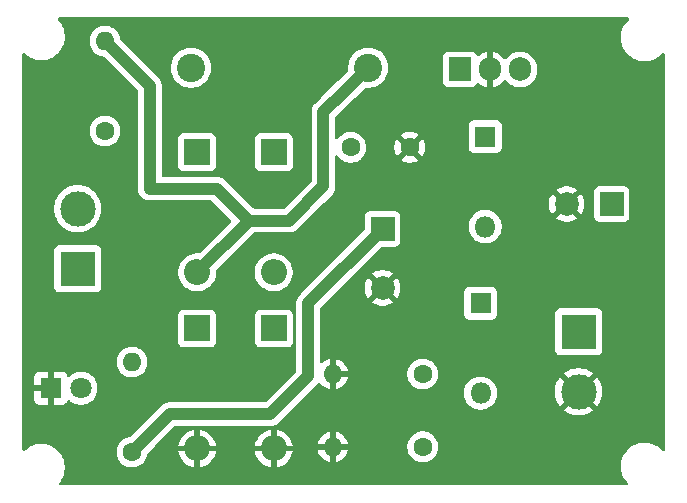
<source format=gtl>
%TF.GenerationSoftware,KiCad,Pcbnew,9.0.1*%
%TF.CreationDate,2025-08-15T11:03:48+05:00*%
%TF.ProjectId,transformerless_power_supply,7472616e-7366-46f7-926d-65726c657373,rev?*%
%TF.SameCoordinates,Original*%
%TF.FileFunction,Copper,L1,Top*%
%TF.FilePolarity,Positive*%
%FSLAX46Y46*%
G04 Gerber Fmt 4.6, Leading zero omitted, Abs format (unit mm)*
G04 Created by KiCad (PCBNEW 9.0.1) date 2025-08-15 11:03:48*
%MOMM*%
%LPD*%
G01*
G04 APERTURE LIST*
%TA.AperFunction,ComponentPad*%
%ADD10O,1.600000X1.600000*%
%TD*%
%TA.AperFunction,ComponentPad*%
%ADD11C,1.600000*%
%TD*%
%TA.AperFunction,ComponentPad*%
%ADD12C,2.400000*%
%TD*%
%TA.AperFunction,ComponentPad*%
%ADD13R,1.800000X1.800000*%
%TD*%
%TA.AperFunction,ComponentPad*%
%ADD14O,1.800000X1.800000*%
%TD*%
%TA.AperFunction,ComponentPad*%
%ADD15R,2.200000X2.200000*%
%TD*%
%TA.AperFunction,ComponentPad*%
%ADD16O,2.200000X2.200000*%
%TD*%
%TA.AperFunction,ComponentPad*%
%ADD17R,2.000000X2.000000*%
%TD*%
%TA.AperFunction,ComponentPad*%
%ADD18C,2.000000*%
%TD*%
%TA.AperFunction,ComponentPad*%
%ADD19R,1.905000X2.000000*%
%TD*%
%TA.AperFunction,ComponentPad*%
%ADD20O,1.905000X2.000000*%
%TD*%
%TA.AperFunction,ComponentPad*%
%ADD21R,3.000000X3.000000*%
%TD*%
%TA.AperFunction,ComponentPad*%
%ADD22C,3.000000*%
%TD*%
%TA.AperFunction,ComponentPad*%
%ADD23C,1.800000*%
%TD*%
%TA.AperFunction,Conductor*%
%ADD24C,1.000000*%
%TD*%
G04 APERTURE END LIST*
D10*
X139480000Y-109350000D03*
D11*
X147100000Y-109350000D03*
D12*
X127500000Y-77250000D03*
X142500000Y-77250000D03*
D13*
X152400000Y-83090000D03*
D14*
X152400000Y-90710000D03*
D15*
X134500000Y-99340000D03*
D16*
X134500000Y-109500000D03*
D11*
X122500000Y-109800000D03*
D10*
X122500000Y-102180000D03*
D17*
X143700000Y-90900000D03*
D18*
X143700000Y-95900000D03*
D11*
X141000000Y-84000000D03*
X146000000Y-84000000D03*
D19*
X150260000Y-77400000D03*
D20*
X152800000Y-77400000D03*
X155340000Y-77400000D03*
D21*
X160300000Y-99620000D03*
D22*
X160300000Y-104700000D03*
D13*
X115625000Y-104400000D03*
D23*
X118165000Y-104400000D03*
D15*
X134500000Y-84420000D03*
D16*
X134500000Y-94580000D03*
D21*
X117900000Y-94280000D03*
D22*
X117900000Y-89200000D03*
D15*
X128000000Y-84420000D03*
D16*
X128000000Y-94580000D03*
D11*
X147100000Y-103200000D03*
D10*
X139480000Y-103200000D03*
D17*
X163100000Y-88800000D03*
D18*
X159300000Y-88800000D03*
D15*
X128000000Y-99340000D03*
D16*
X128000000Y-109500000D03*
D11*
X120200000Y-82620000D03*
D10*
X120200000Y-75000000D03*
D13*
X152000000Y-97190000D03*
D14*
X152000000Y-104810000D03*
D24*
X137400000Y-97200000D02*
X137400000Y-103400000D01*
X134200000Y-106600000D02*
X125700000Y-106600000D01*
X137400000Y-103400000D02*
X134200000Y-106600000D01*
X125700000Y-106600000D02*
X122500000Y-109800000D01*
X143700000Y-90900000D02*
X137400000Y-97200000D01*
X124000000Y-78800000D02*
X124000000Y-87500000D01*
X138700000Y-81000000D02*
X140500000Y-79200000D01*
X140500000Y-79200000D02*
X140550000Y-79200000D01*
X135800000Y-90200000D02*
X138700000Y-87300000D01*
X120200000Y-75000000D02*
X124000000Y-78800000D01*
X138700000Y-87300000D02*
X138700000Y-81000000D01*
X129680000Y-87500000D02*
X132380000Y-90200000D01*
X128000000Y-94580000D02*
X132380000Y-90200000D01*
X140550000Y-79200000D02*
X142500000Y-77250000D01*
X132380000Y-90200000D02*
X135800000Y-90200000D01*
X124000000Y-87500000D02*
X129680000Y-87500000D01*
%TA.AperFunction,Conductor*%
G36*
X164533332Y-73020185D02*
G01*
X164579087Y-73072989D01*
X164589031Y-73142147D01*
X164560006Y-73205703D01*
X164553974Y-73212181D01*
X164390212Y-73375942D01*
X164390206Y-73375949D01*
X164230304Y-73584338D01*
X164098966Y-73811819D01*
X164098958Y-73811835D01*
X163998441Y-74054507D01*
X163930457Y-74308230D01*
X163930454Y-74308243D01*
X163896171Y-74568651D01*
X163896170Y-74568668D01*
X163896170Y-74831331D01*
X163896171Y-74831348D01*
X163930454Y-75091756D01*
X163930455Y-75091761D01*
X163930456Y-75091767D01*
X163952150Y-75172731D01*
X163998441Y-75345492D01*
X164098958Y-75588164D01*
X164098966Y-75588180D01*
X164162372Y-75698001D01*
X164230301Y-75815657D01*
X164230303Y-75815660D01*
X164230304Y-75815661D01*
X164390206Y-76024050D01*
X164390212Y-76024057D01*
X164575942Y-76209787D01*
X164575949Y-76209793D01*
X164620810Y-76244216D01*
X164784343Y-76369699D01*
X164930547Y-76454110D01*
X165011819Y-76501033D01*
X165011835Y-76501041D01*
X165104704Y-76539508D01*
X165254508Y-76601559D01*
X165508233Y-76669544D01*
X165768662Y-76703830D01*
X165768669Y-76703830D01*
X166031331Y-76703830D01*
X166031338Y-76703830D01*
X166291767Y-76669544D01*
X166545492Y-76601559D01*
X166736261Y-76522539D01*
X166788164Y-76501041D01*
X166788167Y-76501039D01*
X166788173Y-76501037D01*
X167015657Y-76369699D01*
X167224052Y-76209792D01*
X167300137Y-76133707D01*
X167387819Y-76046026D01*
X167449142Y-76012541D01*
X167518834Y-76017525D01*
X167574767Y-76059397D01*
X167599184Y-76124861D01*
X167599500Y-76133707D01*
X167599500Y-109566293D01*
X167579815Y-109633332D01*
X167527011Y-109679087D01*
X167457853Y-109689031D01*
X167394297Y-109660006D01*
X167387819Y-109653974D01*
X167224057Y-109490212D01*
X167224050Y-109490206D01*
X167015661Y-109330304D01*
X167015660Y-109330303D01*
X167015657Y-109330301D01*
X166876572Y-109250000D01*
X166788180Y-109198966D01*
X166788164Y-109198958D01*
X166545492Y-109098441D01*
X166537016Y-109096170D01*
X166291767Y-109030456D01*
X166291761Y-109030455D01*
X166291756Y-109030454D01*
X166031348Y-108996171D01*
X166031343Y-108996170D01*
X166031338Y-108996170D01*
X165768662Y-108996170D01*
X165768656Y-108996170D01*
X165768651Y-108996171D01*
X165508243Y-109030454D01*
X165508236Y-109030455D01*
X165508233Y-109030456D01*
X165452215Y-109045466D01*
X165254507Y-109098441D01*
X165011835Y-109198958D01*
X165011819Y-109198966D01*
X164784338Y-109330304D01*
X164575949Y-109490206D01*
X164575942Y-109490212D01*
X164390212Y-109675942D01*
X164390206Y-109675949D01*
X164230304Y-109884338D01*
X164098966Y-110111819D01*
X164098958Y-110111835D01*
X163998441Y-110354507D01*
X163930457Y-110608230D01*
X163930454Y-110608243D01*
X163896171Y-110868651D01*
X163896170Y-110868668D01*
X163896170Y-111131331D01*
X163896171Y-111131348D01*
X163930454Y-111391756D01*
X163930455Y-111391761D01*
X163930456Y-111391767D01*
X163978945Y-111572731D01*
X163998441Y-111645492D01*
X164098958Y-111888164D01*
X164098966Y-111888180D01*
X164156693Y-111988164D01*
X164230301Y-112115657D01*
X164230303Y-112115660D01*
X164230304Y-112115661D01*
X164390206Y-112324050D01*
X164390212Y-112324057D01*
X164453974Y-112387819D01*
X164487459Y-112449142D01*
X164482475Y-112518834D01*
X164440603Y-112574767D01*
X164375139Y-112599184D01*
X164366293Y-112599500D01*
X116426614Y-112599500D01*
X116359575Y-112579815D01*
X116313820Y-112527011D01*
X116303876Y-112457853D01*
X116328238Y-112400014D01*
X116401726Y-112304240D01*
X116469699Y-112215657D01*
X116601037Y-111988173D01*
X116612853Y-111959648D01*
X116622539Y-111936261D01*
X116701559Y-111745492D01*
X116769544Y-111491767D01*
X116803830Y-111231338D01*
X116803830Y-110968662D01*
X116769544Y-110708233D01*
X116701559Y-110454508D01*
X116637236Y-110299219D01*
X116601041Y-110211835D01*
X116601033Y-110211819D01*
X116544663Y-110114184D01*
X116469699Y-109984343D01*
X116406785Y-109902352D01*
X116309792Y-109775947D01*
X116231493Y-109697648D01*
X121199500Y-109697648D01*
X121199500Y-109902351D01*
X121231522Y-110104534D01*
X121294781Y-110299223D01*
X121322951Y-110354508D01*
X121377867Y-110462287D01*
X121387715Y-110481613D01*
X121508028Y-110647213D01*
X121652786Y-110791971D01*
X121758353Y-110868668D01*
X121818390Y-110912287D01*
X121929010Y-110968651D01*
X122000776Y-111005218D01*
X122000778Y-111005218D01*
X122000781Y-111005220D01*
X122105137Y-111039127D01*
X122195465Y-111068477D01*
X122270409Y-111080347D01*
X122397648Y-111100500D01*
X122397649Y-111100500D01*
X122602351Y-111100500D01*
X122602352Y-111100500D01*
X122804534Y-111068477D01*
X122999219Y-111005220D01*
X123181610Y-110912287D01*
X123274590Y-110844732D01*
X123347213Y-110791971D01*
X123347215Y-110791968D01*
X123347219Y-110791966D01*
X123491966Y-110647219D01*
X123491968Y-110647215D01*
X123491971Y-110647213D01*
X123544732Y-110574590D01*
X123612287Y-110481610D01*
X123705220Y-110299219D01*
X123768477Y-110104534D01*
X123791925Y-109956483D01*
X123821854Y-109893350D01*
X123826699Y-109888219D01*
X124464919Y-109250000D01*
X126419652Y-109250000D01*
X127509252Y-109250000D01*
X127487482Y-109287708D01*
X127450000Y-109427591D01*
X127450000Y-109572409D01*
X127487482Y-109712292D01*
X127509252Y-109750000D01*
X126419652Y-109750000D01*
X126439397Y-109874668D01*
X126439397Y-109874671D01*
X126517219Y-110114184D01*
X126631557Y-110338583D01*
X126779590Y-110542331D01*
X126779590Y-110542332D01*
X126957667Y-110720409D01*
X127161416Y-110868442D01*
X127385815Y-110982780D01*
X127625329Y-111060602D01*
X127750000Y-111080348D01*
X127750000Y-109990747D01*
X127787708Y-110012518D01*
X127927591Y-110050000D01*
X128072409Y-110050000D01*
X128212292Y-110012518D01*
X128250000Y-109990747D01*
X128250000Y-111080347D01*
X128374668Y-111060602D01*
X128374671Y-111060602D01*
X128614184Y-110982780D01*
X128838583Y-110868442D01*
X129042331Y-110720409D01*
X129042332Y-110720409D01*
X129220409Y-110542332D01*
X129220409Y-110542331D01*
X129368442Y-110338583D01*
X129482780Y-110114184D01*
X129560602Y-109874671D01*
X129560602Y-109874668D01*
X129580348Y-109750000D01*
X128490748Y-109750000D01*
X128512518Y-109712292D01*
X128550000Y-109572409D01*
X128550000Y-109427591D01*
X128512518Y-109287708D01*
X128490748Y-109250000D01*
X129580348Y-109250000D01*
X132919652Y-109250000D01*
X134009252Y-109250000D01*
X133987482Y-109287708D01*
X133950000Y-109427591D01*
X133950000Y-109572409D01*
X133987482Y-109712292D01*
X134009252Y-109750000D01*
X132919652Y-109750000D01*
X132939397Y-109874668D01*
X132939397Y-109874671D01*
X133017219Y-110114184D01*
X133131557Y-110338583D01*
X133279590Y-110542331D01*
X133279590Y-110542332D01*
X133457667Y-110720409D01*
X133661416Y-110868442D01*
X133885815Y-110982780D01*
X134125329Y-111060602D01*
X134250000Y-111080348D01*
X134250000Y-109990747D01*
X134287708Y-110012518D01*
X134427591Y-110050000D01*
X134572409Y-110050000D01*
X134712292Y-110012518D01*
X134750000Y-109990747D01*
X134750000Y-111080347D01*
X134874668Y-111060602D01*
X134874671Y-111060602D01*
X135114184Y-110982780D01*
X135338583Y-110868442D01*
X135542331Y-110720409D01*
X135542332Y-110720409D01*
X135720409Y-110542332D01*
X135720409Y-110542331D01*
X135868442Y-110338583D01*
X135982780Y-110114184D01*
X136060602Y-109874671D01*
X136060602Y-109874668D01*
X136080348Y-109750000D01*
X134990748Y-109750000D01*
X135012518Y-109712292D01*
X135050000Y-109572409D01*
X135050000Y-109427591D01*
X135012518Y-109287708D01*
X134990748Y-109250000D01*
X136080348Y-109250000D01*
X136065533Y-109156462D01*
X136065532Y-109156460D01*
X136060600Y-109125324D01*
X136052372Y-109100000D01*
X138203391Y-109100000D01*
X139164314Y-109100000D01*
X139159920Y-109104394D01*
X139107259Y-109195606D01*
X139080000Y-109297339D01*
X139080000Y-109402661D01*
X139107259Y-109504394D01*
X139159920Y-109595606D01*
X139164314Y-109600000D01*
X138203391Y-109600000D01*
X138212009Y-109654413D01*
X138275244Y-109849029D01*
X138368140Y-110031349D01*
X138488417Y-110196894D01*
X138488417Y-110196895D01*
X138633104Y-110341582D01*
X138798650Y-110461859D01*
X138980968Y-110554754D01*
X139175578Y-110617988D01*
X139230000Y-110626607D01*
X139230000Y-109665686D01*
X139234394Y-109670080D01*
X139325606Y-109722741D01*
X139427339Y-109750000D01*
X139532661Y-109750000D01*
X139634394Y-109722741D01*
X139725606Y-109670080D01*
X139730000Y-109665686D01*
X139730000Y-110626606D01*
X139784421Y-110617988D01*
X139979031Y-110554754D01*
X140161349Y-110461859D01*
X140326894Y-110341582D01*
X140326895Y-110341582D01*
X140471582Y-110196895D01*
X140471582Y-110196894D01*
X140591859Y-110031349D01*
X140684755Y-109849029D01*
X140747990Y-109654413D01*
X140756609Y-109600000D01*
X139795686Y-109600000D01*
X139800080Y-109595606D01*
X139852741Y-109504394D01*
X139880000Y-109402661D01*
X139880000Y-109297339D01*
X139866685Y-109247648D01*
X145799500Y-109247648D01*
X145799500Y-109452351D01*
X145831522Y-109654534D01*
X145894781Y-109849223D01*
X145938976Y-109935959D01*
X145972625Y-110001999D01*
X145987715Y-110031613D01*
X146108028Y-110197213D01*
X146252786Y-110341971D01*
X146407682Y-110454507D01*
X146418390Y-110462287D01*
X146534607Y-110521503D01*
X146600776Y-110555218D01*
X146600778Y-110555218D01*
X146600781Y-110555220D01*
X146705137Y-110589127D01*
X146795465Y-110618477D01*
X146896557Y-110634488D01*
X146997648Y-110650500D01*
X146997649Y-110650500D01*
X147202351Y-110650500D01*
X147202352Y-110650500D01*
X147404534Y-110618477D01*
X147599219Y-110555220D01*
X147781610Y-110462287D01*
X147917152Y-110363811D01*
X147947213Y-110341971D01*
X147947215Y-110341968D01*
X147947219Y-110341966D01*
X148091966Y-110197219D01*
X148091968Y-110197215D01*
X148091971Y-110197213D01*
X148144732Y-110124590D01*
X148212287Y-110031610D01*
X148305220Y-109849219D01*
X148368477Y-109654534D01*
X148400500Y-109452352D01*
X148400500Y-109247648D01*
X148386057Y-109156460D01*
X148368477Y-109045465D01*
X148305218Y-108850776D01*
X148271503Y-108784607D01*
X148212287Y-108668390D01*
X148204556Y-108657749D01*
X148091971Y-108502786D01*
X147947213Y-108358028D01*
X147781613Y-108237715D01*
X147781612Y-108237714D01*
X147781610Y-108237713D01*
X147724653Y-108208691D01*
X147599223Y-108144781D01*
X147404534Y-108081522D01*
X147229995Y-108053878D01*
X147202352Y-108049500D01*
X146997648Y-108049500D01*
X146973329Y-108053351D01*
X146795465Y-108081522D01*
X146600776Y-108144781D01*
X146418386Y-108237715D01*
X146252786Y-108358028D01*
X146108028Y-108502786D01*
X145987715Y-108668386D01*
X145894781Y-108850776D01*
X145831522Y-109045465D01*
X145799500Y-109247648D01*
X139866685Y-109247648D01*
X139852741Y-109195606D01*
X139800080Y-109104394D01*
X139795686Y-109100000D01*
X140756609Y-109100000D01*
X140747990Y-109045586D01*
X140684755Y-108850970D01*
X140591859Y-108668650D01*
X140471582Y-108503105D01*
X140471582Y-108503104D01*
X140326895Y-108358417D01*
X140161349Y-108238140D01*
X139979029Y-108145244D01*
X139784413Y-108082009D01*
X139730000Y-108073390D01*
X139730000Y-109034314D01*
X139725606Y-109029920D01*
X139634394Y-108977259D01*
X139532661Y-108950000D01*
X139427339Y-108950000D01*
X139325606Y-108977259D01*
X139234394Y-109029920D01*
X139230000Y-109034314D01*
X139230000Y-108073390D01*
X139175586Y-108082009D01*
X138980970Y-108145244D01*
X138798650Y-108238140D01*
X138633105Y-108358417D01*
X138633104Y-108358417D01*
X138488417Y-108503104D01*
X138488417Y-108503105D01*
X138368140Y-108668650D01*
X138275244Y-108850970D01*
X138212009Y-109045586D01*
X138203391Y-109100000D01*
X136052372Y-109100000D01*
X135982780Y-108885815D01*
X135868442Y-108661416D01*
X135720409Y-108457668D01*
X135720409Y-108457667D01*
X135542332Y-108279590D01*
X135338583Y-108131557D01*
X135114184Y-108017219D01*
X134874670Y-107939397D01*
X134750000Y-107919650D01*
X134750000Y-109009252D01*
X134712292Y-108987482D01*
X134572409Y-108950000D01*
X134427591Y-108950000D01*
X134287708Y-108987482D01*
X134250000Y-109009252D01*
X134250000Y-107919650D01*
X134125330Y-107939397D01*
X134125327Y-107939397D01*
X133885815Y-108017219D01*
X133661416Y-108131557D01*
X133457668Y-108279590D01*
X133457667Y-108279590D01*
X133279590Y-108457667D01*
X133279590Y-108457668D01*
X133131557Y-108661416D01*
X133017219Y-108885815D01*
X132939397Y-109125328D01*
X132939397Y-109125331D01*
X132919652Y-109250000D01*
X129580348Y-109250000D01*
X129560602Y-109125331D01*
X129560602Y-109125328D01*
X129482780Y-108885815D01*
X129368442Y-108661416D01*
X129220409Y-108457668D01*
X129220409Y-108457667D01*
X129042332Y-108279590D01*
X128838583Y-108131557D01*
X128614184Y-108017219D01*
X128374670Y-107939397D01*
X128250000Y-107919650D01*
X128250000Y-109009252D01*
X128212292Y-108987482D01*
X128072409Y-108950000D01*
X127927591Y-108950000D01*
X127787708Y-108987482D01*
X127750000Y-109009252D01*
X127750000Y-107919650D01*
X127625330Y-107939397D01*
X127625327Y-107939397D01*
X127385815Y-108017219D01*
X127161416Y-108131557D01*
X126957668Y-108279590D01*
X126957667Y-108279590D01*
X126779590Y-108457667D01*
X126779590Y-108457668D01*
X126631557Y-108661416D01*
X126517219Y-108885815D01*
X126439397Y-109125328D01*
X126439397Y-109125331D01*
X126419652Y-109250000D01*
X124464919Y-109250000D01*
X126078102Y-107636819D01*
X126139425Y-107603334D01*
X126165783Y-107600500D01*
X134298542Y-107600500D01*
X134317870Y-107596655D01*
X134395188Y-107581275D01*
X134491836Y-107562051D01*
X134545165Y-107539961D01*
X134673914Y-107486632D01*
X134837782Y-107377139D01*
X134977139Y-107237782D01*
X134977139Y-107237780D01*
X134987347Y-107227573D01*
X134987348Y-107227570D01*
X137161367Y-105053553D01*
X137515143Y-104699778D01*
X150599500Y-104699778D01*
X150599500Y-104920221D01*
X150633985Y-105137952D01*
X150702103Y-105347603D01*
X150702104Y-105347606D01*
X150732561Y-105407379D01*
X150801202Y-105542093D01*
X150802187Y-105544025D01*
X150931752Y-105722358D01*
X150931756Y-105722363D01*
X151087636Y-105878243D01*
X151087641Y-105878247D01*
X151153871Y-105926365D01*
X151265978Y-106007815D01*
X151394375Y-106073237D01*
X151462393Y-106107895D01*
X151462396Y-106107896D01*
X151567221Y-106141955D01*
X151672049Y-106176015D01*
X151889778Y-106210500D01*
X151889779Y-106210500D01*
X152110221Y-106210500D01*
X152110222Y-106210500D01*
X152327951Y-106176015D01*
X152449341Y-106136573D01*
X152518713Y-106114034D01*
X152537603Y-106107896D01*
X152537606Y-106107895D01*
X152734022Y-106007815D01*
X152912365Y-105878242D01*
X153068242Y-105722365D01*
X153197815Y-105544022D01*
X153297895Y-105347606D01*
X153366015Y-105137951D01*
X153400500Y-104920222D01*
X153400500Y-104699778D01*
X153379772Y-104568905D01*
X158300000Y-104568905D01*
X158300000Y-104831094D01*
X158334220Y-105091009D01*
X158334222Y-105091020D01*
X158402075Y-105344255D01*
X158502404Y-105586471D01*
X158502409Y-105586482D01*
X158633488Y-105813516D01*
X158633494Y-105813524D01*
X158720080Y-105926365D01*
X159614767Y-105031677D01*
X159626497Y-105059995D01*
X159709670Y-105184472D01*
X159815528Y-105290330D01*
X159940005Y-105373503D01*
X159968320Y-105385231D01*
X159073633Y-106279917D01*
X159073633Y-106279918D01*
X159186475Y-106366505D01*
X159186483Y-106366511D01*
X159413517Y-106497590D01*
X159413528Y-106497595D01*
X159655744Y-106597924D01*
X159908979Y-106665777D01*
X159908990Y-106665779D01*
X160168905Y-106699999D01*
X160168920Y-106700000D01*
X160431080Y-106700000D01*
X160431094Y-106699999D01*
X160691009Y-106665779D01*
X160691020Y-106665777D01*
X160944255Y-106597924D01*
X161186471Y-106497595D01*
X161186482Y-106497590D01*
X161413516Y-106366511D01*
X161413534Y-106366499D01*
X161526365Y-106279919D01*
X161526365Y-106279917D01*
X160631679Y-105385231D01*
X160659995Y-105373503D01*
X160784472Y-105290330D01*
X160890330Y-105184472D01*
X160973503Y-105059995D01*
X160985231Y-105031679D01*
X161879917Y-105926365D01*
X161879919Y-105926365D01*
X161966499Y-105813534D01*
X161966511Y-105813516D01*
X162097590Y-105586482D01*
X162097595Y-105586471D01*
X162197924Y-105344255D01*
X162265777Y-105091020D01*
X162265779Y-105091009D01*
X162299999Y-104831094D01*
X162300000Y-104831080D01*
X162300000Y-104568919D01*
X162299999Y-104568905D01*
X162265779Y-104308990D01*
X162265777Y-104308979D01*
X162197924Y-104055744D01*
X162097595Y-103813528D01*
X162097590Y-103813517D01*
X161966511Y-103586483D01*
X161966505Y-103586475D01*
X161879918Y-103473633D01*
X161879917Y-103473633D01*
X160985231Y-104368320D01*
X160973503Y-104340005D01*
X160890330Y-104215528D01*
X160784472Y-104109670D01*
X160659995Y-104026497D01*
X160631677Y-104014767D01*
X161526365Y-103120080D01*
X161413524Y-103033494D01*
X161413516Y-103033488D01*
X161186482Y-102902409D01*
X161186471Y-102902404D01*
X160944255Y-102802075D01*
X160691020Y-102734222D01*
X160691009Y-102734220D01*
X160431094Y-102700000D01*
X160168905Y-102700000D01*
X159908990Y-102734220D01*
X159908979Y-102734222D01*
X159655744Y-102802075D01*
X159413528Y-102902404D01*
X159413517Y-102902409D01*
X159186471Y-103033496D01*
X159073633Y-103120079D01*
X159073633Y-103120080D01*
X159968321Y-104014768D01*
X159940005Y-104026497D01*
X159815528Y-104109670D01*
X159709670Y-104215528D01*
X159626497Y-104340005D01*
X159614768Y-104368321D01*
X158720080Y-103473633D01*
X158720079Y-103473633D01*
X158633496Y-103586471D01*
X158502409Y-103813517D01*
X158502404Y-103813528D01*
X158402075Y-104055744D01*
X158334222Y-104308979D01*
X158334220Y-104308990D01*
X158300000Y-104568905D01*
X153379772Y-104568905D01*
X153366015Y-104482049D01*
X153366015Y-104482048D01*
X153297896Y-104272396D01*
X153297895Y-104272393D01*
X153235531Y-104150000D01*
X153197815Y-104075978D01*
X153181260Y-104053192D01*
X153068247Y-103897641D01*
X153068243Y-103897636D01*
X152912363Y-103741756D01*
X152912358Y-103741752D01*
X152734025Y-103612187D01*
X152734024Y-103612186D01*
X152734022Y-103612185D01*
X152656610Y-103572741D01*
X152537606Y-103512104D01*
X152537603Y-103512103D01*
X152327952Y-103443985D01*
X152219086Y-103426742D01*
X152110222Y-103409500D01*
X151889778Y-103409500D01*
X151817201Y-103420995D01*
X151672047Y-103443985D01*
X151462396Y-103512103D01*
X151462393Y-103512104D01*
X151265974Y-103612187D01*
X151087641Y-103741752D01*
X151087636Y-103741756D01*
X150931756Y-103897636D01*
X150931752Y-103897641D01*
X150802187Y-104075974D01*
X150702104Y-104272393D01*
X150702103Y-104272396D01*
X150633985Y-104482047D01*
X150599500Y-104699778D01*
X137515143Y-104699778D01*
X137607696Y-104607225D01*
X138177137Y-104037784D01*
X138177137Y-104037783D01*
X138177139Y-104037782D01*
X138224249Y-103967275D01*
X138277859Y-103922473D01*
X138347184Y-103913764D01*
X138410211Y-103943918D01*
X138427668Y-103963282D01*
X138488417Y-104046894D01*
X138488417Y-104046895D01*
X138633104Y-104191582D01*
X138798650Y-104311859D01*
X138980968Y-104404754D01*
X139175578Y-104467988D01*
X139230000Y-104476607D01*
X139230000Y-103515686D01*
X139234394Y-103520080D01*
X139325606Y-103572741D01*
X139427339Y-103600000D01*
X139532661Y-103600000D01*
X139634394Y-103572741D01*
X139725606Y-103520080D01*
X139730000Y-103515686D01*
X139730000Y-104476606D01*
X139784421Y-104467988D01*
X139979031Y-104404754D01*
X140161349Y-104311859D01*
X140326894Y-104191582D01*
X140326895Y-104191582D01*
X140471582Y-104046895D01*
X140471582Y-104046894D01*
X140591859Y-103881349D01*
X140684755Y-103699029D01*
X140747990Y-103504413D01*
X140756609Y-103450000D01*
X139795686Y-103450000D01*
X139800080Y-103445606D01*
X139852741Y-103354394D01*
X139880000Y-103252661D01*
X139880000Y-103147339D01*
X139866685Y-103097648D01*
X145799500Y-103097648D01*
X145799500Y-103302351D01*
X145831522Y-103504534D01*
X145894781Y-103699223D01*
X145929446Y-103767255D01*
X145977921Y-103862393D01*
X145987715Y-103881613D01*
X146108028Y-104047213D01*
X146252786Y-104191971D01*
X146363484Y-104272396D01*
X146418390Y-104312287D01*
X146534607Y-104371503D01*
X146600776Y-104405218D01*
X146600778Y-104405218D01*
X146600781Y-104405220D01*
X146705137Y-104439127D01*
X146795465Y-104468477D01*
X146881155Y-104482049D01*
X146997648Y-104500500D01*
X146997649Y-104500500D01*
X147202351Y-104500500D01*
X147202352Y-104500500D01*
X147404534Y-104468477D01*
X147599219Y-104405220D01*
X147781610Y-104312287D01*
X147899954Y-104226306D01*
X147947213Y-104191971D01*
X147947215Y-104191968D01*
X147947219Y-104191966D01*
X148091966Y-104047219D01*
X148091968Y-104047215D01*
X148091971Y-104047213D01*
X148167018Y-103943918D01*
X148212287Y-103881610D01*
X148305220Y-103699219D01*
X148368477Y-103504534D01*
X148400500Y-103302352D01*
X148400500Y-103097648D01*
X148382750Y-102985579D01*
X148368477Y-102895465D01*
X148337458Y-102800000D01*
X148305220Y-102700781D01*
X148305218Y-102700778D01*
X148305218Y-102700776D01*
X148212419Y-102518650D01*
X148212287Y-102518390D01*
X148204556Y-102507749D01*
X148091971Y-102352786D01*
X147947213Y-102208028D01*
X147781613Y-102087715D01*
X147781612Y-102087714D01*
X147781610Y-102087713D01*
X147724653Y-102058691D01*
X147599223Y-101994781D01*
X147404534Y-101931522D01*
X147229995Y-101903878D01*
X147202352Y-101899500D01*
X146997648Y-101899500D01*
X146973329Y-101903351D01*
X146795465Y-101931522D01*
X146600776Y-101994781D01*
X146418386Y-102087715D01*
X146252786Y-102208028D01*
X146108028Y-102352786D01*
X145987715Y-102518386D01*
X145894781Y-102700776D01*
X145831522Y-102895465D01*
X145799500Y-103097648D01*
X139866685Y-103097648D01*
X139852741Y-103045606D01*
X139800080Y-102954394D01*
X139795686Y-102950000D01*
X140756609Y-102950000D01*
X140747990Y-102895586D01*
X140684755Y-102700970D01*
X140591859Y-102518650D01*
X140471582Y-102353105D01*
X140471582Y-102353104D01*
X140326895Y-102208417D01*
X140161349Y-102088140D01*
X139979029Y-101995244D01*
X139784413Y-101932009D01*
X139730000Y-101923390D01*
X139730000Y-102884314D01*
X139725606Y-102879920D01*
X139634394Y-102827259D01*
X139532661Y-102800000D01*
X139427339Y-102800000D01*
X139325606Y-102827259D01*
X139234394Y-102879920D01*
X139230000Y-102884314D01*
X139230000Y-101923390D01*
X139175586Y-101932009D01*
X138980970Y-101995244D01*
X138798650Y-102088140D01*
X138633105Y-102208417D01*
X138633104Y-102208417D01*
X138612181Y-102229341D01*
X138550858Y-102262826D01*
X138481166Y-102257842D01*
X138425233Y-102215970D01*
X138400816Y-102150506D01*
X138400500Y-102141660D01*
X138400500Y-97665782D01*
X138420185Y-97598743D01*
X138436819Y-97578101D01*
X140232973Y-95781947D01*
X142200000Y-95781947D01*
X142200000Y-96018052D01*
X142236934Y-96251247D01*
X142309897Y-96475802D01*
X142417087Y-96686174D01*
X142477338Y-96769104D01*
X142477340Y-96769105D01*
X143217037Y-96029408D01*
X143234075Y-96092993D01*
X143299901Y-96207007D01*
X143392993Y-96300099D01*
X143507007Y-96365925D01*
X143570590Y-96382962D01*
X142830893Y-97122658D01*
X142913828Y-97182914D01*
X143124197Y-97290102D01*
X143348752Y-97363065D01*
X143348751Y-97363065D01*
X143581948Y-97400000D01*
X143818052Y-97400000D01*
X144051247Y-97363065D01*
X144275802Y-97290102D01*
X144486163Y-97182918D01*
X144486169Y-97182914D01*
X144569104Y-97122658D01*
X144569105Y-97122658D01*
X143829408Y-96382962D01*
X143892993Y-96365925D01*
X144007007Y-96300099D01*
X144100099Y-96207007D01*
X144165925Y-96092993D01*
X144182962Y-96029408D01*
X144922658Y-96769105D01*
X144922658Y-96769104D01*
X144982914Y-96686169D01*
X144982918Y-96686163D01*
X145090102Y-96475802D01*
X145163065Y-96251248D01*
X145164509Y-96242135D01*
X150599500Y-96242135D01*
X150599500Y-98137870D01*
X150599501Y-98137876D01*
X150605908Y-98197483D01*
X150656202Y-98332328D01*
X150656206Y-98332335D01*
X150742452Y-98447544D01*
X150742455Y-98447547D01*
X150857664Y-98533793D01*
X150857671Y-98533797D01*
X150992517Y-98584091D01*
X150992516Y-98584091D01*
X150999444Y-98584835D01*
X151052127Y-98590500D01*
X152947872Y-98590499D01*
X153007483Y-98584091D01*
X153142331Y-98533796D01*
X153257546Y-98447546D01*
X153343796Y-98332331D01*
X153394091Y-98197483D01*
X153400500Y-98137873D01*
X153400500Y-98072135D01*
X158299500Y-98072135D01*
X158299500Y-101167870D01*
X158299501Y-101167876D01*
X158305908Y-101227483D01*
X158356202Y-101362328D01*
X158356206Y-101362335D01*
X158442452Y-101477544D01*
X158442455Y-101477547D01*
X158557664Y-101563793D01*
X158557671Y-101563797D01*
X158692517Y-101614091D01*
X158692516Y-101614091D01*
X158699444Y-101614835D01*
X158752127Y-101620500D01*
X161847872Y-101620499D01*
X161907483Y-101614091D01*
X162042331Y-101563796D01*
X162157546Y-101477546D01*
X162243796Y-101362331D01*
X162294091Y-101227483D01*
X162300500Y-101167873D01*
X162300499Y-98072128D01*
X162294091Y-98012517D01*
X162288551Y-97997664D01*
X162243797Y-97877671D01*
X162243793Y-97877664D01*
X162157547Y-97762455D01*
X162157544Y-97762452D01*
X162042335Y-97676206D01*
X162042328Y-97676202D01*
X161907482Y-97625908D01*
X161907483Y-97625908D01*
X161847883Y-97619501D01*
X161847881Y-97619500D01*
X161847873Y-97619500D01*
X161847864Y-97619500D01*
X158752129Y-97619500D01*
X158752123Y-97619501D01*
X158692516Y-97625908D01*
X158557671Y-97676202D01*
X158557664Y-97676206D01*
X158442455Y-97762452D01*
X158442452Y-97762455D01*
X158356206Y-97877664D01*
X158356202Y-97877671D01*
X158305908Y-98012517D01*
X158299857Y-98068806D01*
X158299501Y-98072123D01*
X158299500Y-98072135D01*
X153400500Y-98072135D01*
X153400499Y-97182918D01*
X153400499Y-96242129D01*
X153400498Y-96242123D01*
X153400497Y-96242116D01*
X153394091Y-96182517D01*
X153378639Y-96141089D01*
X153343797Y-96047671D01*
X153343793Y-96047664D01*
X153257547Y-95932455D01*
X153257544Y-95932452D01*
X153142335Y-95846206D01*
X153142328Y-95846202D01*
X153007482Y-95795908D01*
X153007483Y-95795908D01*
X152947883Y-95789501D01*
X152947881Y-95789500D01*
X152947873Y-95789500D01*
X152947864Y-95789500D01*
X151052129Y-95789500D01*
X151052123Y-95789501D01*
X150992516Y-95795908D01*
X150857671Y-95846202D01*
X150857664Y-95846206D01*
X150742455Y-95932452D01*
X150742452Y-95932455D01*
X150656206Y-96047664D01*
X150656202Y-96047671D01*
X150605908Y-96182517D01*
X150599501Y-96242116D01*
X150599501Y-96242123D01*
X150599500Y-96242135D01*
X145164509Y-96242135D01*
X145168109Y-96219407D01*
X145168109Y-96219405D01*
X145200000Y-96018053D01*
X145200000Y-95781947D01*
X145163065Y-95548752D01*
X145090102Y-95324197D01*
X144982914Y-95113828D01*
X144922658Y-95030894D01*
X144922658Y-95030893D01*
X144182962Y-95770590D01*
X144165925Y-95707007D01*
X144100099Y-95592993D01*
X144007007Y-95499901D01*
X143892993Y-95434075D01*
X143829409Y-95417037D01*
X144569105Y-94677340D01*
X144569104Y-94677338D01*
X144486174Y-94617087D01*
X144275802Y-94509897D01*
X144051247Y-94436934D01*
X144051248Y-94436934D01*
X143818052Y-94400000D01*
X143581948Y-94400000D01*
X143348752Y-94436934D01*
X143124197Y-94509897D01*
X142913830Y-94617084D01*
X142830894Y-94677340D01*
X143570591Y-95417037D01*
X143507007Y-95434075D01*
X143392993Y-95499901D01*
X143299901Y-95592993D01*
X143234075Y-95707007D01*
X143217037Y-95770591D01*
X142477340Y-95030894D01*
X142417084Y-95113830D01*
X142309897Y-95324197D01*
X142236934Y-95548752D01*
X142200000Y-95781947D01*
X140232973Y-95781947D01*
X143578102Y-92436818D01*
X143639425Y-92403333D01*
X143665783Y-92400499D01*
X144747871Y-92400499D01*
X144747872Y-92400499D01*
X144807483Y-92394091D01*
X144942331Y-92343796D01*
X145057546Y-92257546D01*
X145143796Y-92142331D01*
X145194091Y-92007483D01*
X145200500Y-91947873D01*
X145200499Y-90599778D01*
X150999500Y-90599778D01*
X150999500Y-90820221D01*
X151033985Y-91037952D01*
X151102103Y-91247603D01*
X151102104Y-91247606D01*
X151202187Y-91444025D01*
X151331752Y-91622358D01*
X151331756Y-91622363D01*
X151487636Y-91778243D01*
X151487641Y-91778247D01*
X151643192Y-91891260D01*
X151665978Y-91907815D01*
X151794375Y-91973237D01*
X151862393Y-92007895D01*
X151862396Y-92007896D01*
X151967221Y-92041955D01*
X152072049Y-92076015D01*
X152289778Y-92110500D01*
X152289779Y-92110500D01*
X152510221Y-92110500D01*
X152510222Y-92110500D01*
X152727951Y-92076015D01*
X152937606Y-92007895D01*
X153134022Y-91907815D01*
X153312365Y-91778242D01*
X153468242Y-91622365D01*
X153597815Y-91444022D01*
X153697895Y-91247606D01*
X153766015Y-91037951D01*
X153800500Y-90820222D01*
X153800500Y-90599778D01*
X153766015Y-90382049D01*
X153720944Y-90243333D01*
X153697896Y-90172396D01*
X153697895Y-90172393D01*
X153626204Y-90031694D01*
X153626203Y-90031690D01*
X153597816Y-89975979D01*
X153597815Y-89975978D01*
X153468247Y-89797641D01*
X153468243Y-89797636D01*
X153312363Y-89641756D01*
X153312358Y-89641752D01*
X153134025Y-89512187D01*
X153134024Y-89512186D01*
X153134022Y-89512185D01*
X153071096Y-89480122D01*
X152937606Y-89412104D01*
X152937603Y-89412103D01*
X152727952Y-89343985D01*
X152619086Y-89326742D01*
X152510222Y-89309500D01*
X152289778Y-89309500D01*
X152217201Y-89320995D01*
X152072047Y-89343985D01*
X151862396Y-89412103D01*
X151862393Y-89412104D01*
X151665974Y-89512187D01*
X151487641Y-89641752D01*
X151487636Y-89641756D01*
X151331756Y-89797636D01*
X151331752Y-89797641D01*
X151202187Y-89975974D01*
X151102104Y-90172393D01*
X151102103Y-90172396D01*
X151033985Y-90382047D01*
X150999500Y-90599778D01*
X145200499Y-90599778D01*
X145200499Y-89852128D01*
X145194091Y-89792517D01*
X145148061Y-89669105D01*
X145143797Y-89657671D01*
X145143793Y-89657664D01*
X145057547Y-89542455D01*
X145057544Y-89542452D01*
X144942335Y-89456206D01*
X144942328Y-89456202D01*
X144807482Y-89405908D01*
X144807483Y-89405908D01*
X144747883Y-89399501D01*
X144747881Y-89399500D01*
X144747873Y-89399500D01*
X144747864Y-89399500D01*
X142652129Y-89399500D01*
X142652123Y-89399501D01*
X142592516Y-89405908D01*
X142457671Y-89456202D01*
X142457664Y-89456206D01*
X142342455Y-89542452D01*
X142342452Y-89542455D01*
X142256206Y-89657664D01*
X142256202Y-89657671D01*
X142205908Y-89792517D01*
X142199957Y-89847872D01*
X142199501Y-89852123D01*
X142199500Y-89852135D01*
X142199500Y-90934216D01*
X142179815Y-91001255D01*
X142163180Y-91021897D01*
X136762220Y-96422859D01*
X136762218Y-96422861D01*
X136709277Y-96475802D01*
X136622859Y-96562219D01*
X136513371Y-96726079D01*
X136513364Y-96726092D01*
X136437950Y-96908160D01*
X136437947Y-96908170D01*
X136399500Y-97101456D01*
X136399500Y-102934217D01*
X136379815Y-103001256D01*
X136363181Y-103021898D01*
X133821899Y-105563181D01*
X133760576Y-105596666D01*
X133734218Y-105599500D01*
X125601456Y-105599500D01*
X125408171Y-105637947D01*
X125408163Y-105637949D01*
X125373465Y-105652322D01*
X125373464Y-105652322D01*
X125226092Y-105713364D01*
X125226080Y-105713371D01*
X125155548Y-105760500D01*
X125155547Y-105760500D01*
X125062222Y-105822857D01*
X125062214Y-105822863D01*
X122411797Y-108473281D01*
X122350474Y-108506766D01*
X122343515Y-108508073D01*
X122195468Y-108531522D01*
X122000778Y-108594781D01*
X121818386Y-108687715D01*
X121652786Y-108808028D01*
X121508028Y-108952786D01*
X121387715Y-109118386D01*
X121294781Y-109300776D01*
X121231522Y-109495465D01*
X121199500Y-109697648D01*
X116231493Y-109697648D01*
X116124057Y-109590212D01*
X116124050Y-109590206D01*
X115915661Y-109430304D01*
X115915660Y-109430303D01*
X115915657Y-109430301D01*
X115824960Y-109377937D01*
X115688180Y-109298966D01*
X115688164Y-109298958D01*
X115445492Y-109198441D01*
X115434912Y-109195606D01*
X115191767Y-109130456D01*
X115191761Y-109130455D01*
X115191756Y-109130454D01*
X114931348Y-109096171D01*
X114931343Y-109096170D01*
X114931338Y-109096170D01*
X114668662Y-109096170D01*
X114668656Y-109096170D01*
X114668651Y-109096171D01*
X114408243Y-109130454D01*
X114408236Y-109130455D01*
X114408233Y-109130456D01*
X114311184Y-109156460D01*
X114154507Y-109198441D01*
X113911835Y-109298958D01*
X113911819Y-109298966D01*
X113684338Y-109430304D01*
X113475949Y-109590206D01*
X113475942Y-109590212D01*
X113412181Y-109653974D01*
X113350858Y-109687459D01*
X113281166Y-109682475D01*
X113225233Y-109640603D01*
X113200816Y-109575139D01*
X113200500Y-109566293D01*
X113200500Y-103452155D01*
X114225000Y-103452155D01*
X114225000Y-104150000D01*
X115249722Y-104150000D01*
X115205667Y-104226306D01*
X115175000Y-104340756D01*
X115175000Y-104459244D01*
X115205667Y-104573694D01*
X115249722Y-104650000D01*
X114225000Y-104650000D01*
X114225000Y-105347844D01*
X114231401Y-105407372D01*
X114231403Y-105407379D01*
X114281645Y-105542086D01*
X114281649Y-105542093D01*
X114367809Y-105657187D01*
X114367812Y-105657190D01*
X114482906Y-105743350D01*
X114482913Y-105743354D01*
X114617620Y-105793596D01*
X114617627Y-105793598D01*
X114677155Y-105799999D01*
X114677172Y-105800000D01*
X115375000Y-105800000D01*
X115375000Y-104775277D01*
X115451306Y-104819333D01*
X115565756Y-104850000D01*
X115684244Y-104850000D01*
X115798694Y-104819333D01*
X115875000Y-104775277D01*
X115875000Y-105800000D01*
X116572828Y-105800000D01*
X116572844Y-105799999D01*
X116632372Y-105793598D01*
X116632379Y-105793596D01*
X116767086Y-105743354D01*
X116767093Y-105743350D01*
X116882187Y-105657190D01*
X116882190Y-105657187D01*
X116968350Y-105542093D01*
X116968354Y-105542086D01*
X116998213Y-105462031D01*
X117040084Y-105406097D01*
X117105548Y-105381680D01*
X117173821Y-105396531D01*
X117202076Y-105417683D01*
X117252636Y-105468243D01*
X117252641Y-105468247D01*
X117356938Y-105544022D01*
X117430978Y-105597815D01*
X117509741Y-105637947D01*
X117627393Y-105697895D01*
X117627396Y-105697896D01*
X117702700Y-105722363D01*
X117837049Y-105766015D01*
X118054778Y-105800500D01*
X118054779Y-105800500D01*
X118275221Y-105800500D01*
X118275222Y-105800500D01*
X118492951Y-105766015D01*
X118702606Y-105697895D01*
X118899022Y-105597815D01*
X119077365Y-105468242D01*
X119233242Y-105312365D01*
X119362815Y-105134022D01*
X119462895Y-104937606D01*
X119531015Y-104727951D01*
X119565500Y-104510222D01*
X119565500Y-104289778D01*
X119531015Y-104072049D01*
X119495675Y-103963282D01*
X119462896Y-103862396D01*
X119462895Y-103862393D01*
X119379752Y-103699219D01*
X119362815Y-103665978D01*
X119323732Y-103612185D01*
X119233247Y-103487641D01*
X119233243Y-103487636D01*
X119077363Y-103331756D01*
X119077358Y-103331752D01*
X118899025Y-103202187D01*
X118899024Y-103202186D01*
X118899022Y-103202185D01*
X118791382Y-103147339D01*
X118702606Y-103102104D01*
X118702603Y-103102103D01*
X118492952Y-103033985D01*
X118384086Y-103016742D01*
X118275222Y-102999500D01*
X118054778Y-102999500D01*
X117982201Y-103010995D01*
X117837047Y-103033985D01*
X117627396Y-103102103D01*
X117627393Y-103102104D01*
X117430974Y-103202187D01*
X117252641Y-103331752D01*
X117252636Y-103331756D01*
X117202075Y-103382317D01*
X117140752Y-103415801D01*
X117071060Y-103410816D01*
X117015127Y-103368945D01*
X116998213Y-103337968D01*
X116968354Y-103257913D01*
X116968350Y-103257906D01*
X116882190Y-103142812D01*
X116882187Y-103142809D01*
X116767093Y-103056649D01*
X116767086Y-103056645D01*
X116632379Y-103006403D01*
X116632372Y-103006401D01*
X116572844Y-103000000D01*
X115875000Y-103000000D01*
X115875000Y-104024722D01*
X115798694Y-103980667D01*
X115684244Y-103950000D01*
X115565756Y-103950000D01*
X115451306Y-103980667D01*
X115375000Y-104024722D01*
X115375000Y-103000000D01*
X114677155Y-103000000D01*
X114617627Y-103006401D01*
X114617620Y-103006403D01*
X114482913Y-103056645D01*
X114482906Y-103056649D01*
X114367812Y-103142809D01*
X114367809Y-103142812D01*
X114281649Y-103257906D01*
X114281645Y-103257913D01*
X114231403Y-103392620D01*
X114231401Y-103392627D01*
X114225000Y-103452155D01*
X113200500Y-103452155D01*
X113200500Y-102077648D01*
X121199500Y-102077648D01*
X121199500Y-102282351D01*
X121231522Y-102484534D01*
X121294781Y-102679223D01*
X121387715Y-102861613D01*
X121508028Y-103027213D01*
X121652786Y-103171971D01*
X121807749Y-103284556D01*
X121818390Y-103292287D01*
X121908044Y-103337968D01*
X122000776Y-103385218D01*
X122000778Y-103385218D01*
X122000781Y-103385220D01*
X122094900Y-103415801D01*
X122195465Y-103448477D01*
X122296557Y-103464488D01*
X122397648Y-103480500D01*
X122397649Y-103480500D01*
X122602351Y-103480500D01*
X122602352Y-103480500D01*
X122804534Y-103448477D01*
X122999219Y-103385220D01*
X123181610Y-103292287D01*
X123305626Y-103202185D01*
X123347213Y-103171971D01*
X123347215Y-103171968D01*
X123347219Y-103171966D01*
X123491966Y-103027219D01*
X123491968Y-103027215D01*
X123491971Y-103027213D01*
X123582645Y-102902409D01*
X123612287Y-102861610D01*
X123705220Y-102679219D01*
X123768477Y-102484534D01*
X123800500Y-102282352D01*
X123800500Y-102077648D01*
X123768477Y-101875466D01*
X123705220Y-101680781D01*
X123705218Y-101680778D01*
X123705218Y-101680776D01*
X123671240Y-101614091D01*
X123612287Y-101498390D01*
X123597142Y-101477544D01*
X123491971Y-101332786D01*
X123347213Y-101188028D01*
X123181613Y-101067715D01*
X123181612Y-101067714D01*
X123181610Y-101067713D01*
X123124653Y-101038691D01*
X122999223Y-100974781D01*
X122804534Y-100911522D01*
X122629456Y-100883793D01*
X122602352Y-100879500D01*
X122397648Y-100879500D01*
X122373329Y-100883351D01*
X122195465Y-100911522D01*
X122000776Y-100974781D01*
X121818386Y-101067715D01*
X121652786Y-101188028D01*
X121508028Y-101332786D01*
X121387715Y-101498386D01*
X121294781Y-101680776D01*
X121231522Y-101875465D01*
X121199500Y-102077648D01*
X113200500Y-102077648D01*
X113200500Y-98192135D01*
X126399500Y-98192135D01*
X126399500Y-100487870D01*
X126399501Y-100487876D01*
X126405908Y-100547483D01*
X126456202Y-100682328D01*
X126456206Y-100682335D01*
X126542452Y-100797544D01*
X126542455Y-100797547D01*
X126657664Y-100883793D01*
X126657671Y-100883797D01*
X126792517Y-100934091D01*
X126792516Y-100934091D01*
X126799444Y-100934835D01*
X126852127Y-100940500D01*
X129147872Y-100940499D01*
X129207483Y-100934091D01*
X129342331Y-100883796D01*
X129457546Y-100797546D01*
X129543796Y-100682331D01*
X129594091Y-100547483D01*
X129600500Y-100487873D01*
X129600499Y-98192135D01*
X132899500Y-98192135D01*
X132899500Y-100487870D01*
X132899501Y-100487876D01*
X132905908Y-100547483D01*
X132956202Y-100682328D01*
X132956206Y-100682335D01*
X133042452Y-100797544D01*
X133042455Y-100797547D01*
X133157664Y-100883793D01*
X133157671Y-100883797D01*
X133292517Y-100934091D01*
X133292516Y-100934091D01*
X133299444Y-100934835D01*
X133352127Y-100940500D01*
X135647872Y-100940499D01*
X135707483Y-100934091D01*
X135842331Y-100883796D01*
X135957546Y-100797546D01*
X136043796Y-100682331D01*
X136094091Y-100547483D01*
X136100500Y-100487873D01*
X136100499Y-98192128D01*
X136094091Y-98132517D01*
X136071567Y-98072128D01*
X136043797Y-97997671D01*
X136043793Y-97997664D01*
X135957547Y-97882455D01*
X135957544Y-97882452D01*
X135842335Y-97796206D01*
X135842328Y-97796202D01*
X135707482Y-97745908D01*
X135707483Y-97745908D01*
X135647883Y-97739501D01*
X135647881Y-97739500D01*
X135647873Y-97739500D01*
X135647864Y-97739500D01*
X133352129Y-97739500D01*
X133352123Y-97739501D01*
X133292516Y-97745908D01*
X133157671Y-97796202D01*
X133157664Y-97796206D01*
X133042455Y-97882452D01*
X133042452Y-97882455D01*
X132956206Y-97997664D01*
X132956202Y-97997671D01*
X132905908Y-98132517D01*
X132899501Y-98192116D01*
X132899501Y-98192123D01*
X132899500Y-98192135D01*
X129600499Y-98192135D01*
X129600499Y-98192128D01*
X129594091Y-98132517D01*
X129571567Y-98072128D01*
X129543797Y-97997671D01*
X129543793Y-97997664D01*
X129457547Y-97882455D01*
X129457544Y-97882452D01*
X129342335Y-97796206D01*
X129342328Y-97796202D01*
X129207482Y-97745908D01*
X129207483Y-97745908D01*
X129147883Y-97739501D01*
X129147881Y-97739500D01*
X129147873Y-97739500D01*
X129147864Y-97739500D01*
X126852129Y-97739500D01*
X126852123Y-97739501D01*
X126792516Y-97745908D01*
X126657671Y-97796202D01*
X126657664Y-97796206D01*
X126542455Y-97882452D01*
X126542452Y-97882455D01*
X126456206Y-97997664D01*
X126456202Y-97997671D01*
X126405908Y-98132517D01*
X126399501Y-98192116D01*
X126399501Y-98192123D01*
X126399500Y-98192135D01*
X113200500Y-98192135D01*
X113200500Y-92732135D01*
X115899500Y-92732135D01*
X115899500Y-95827870D01*
X115899501Y-95827876D01*
X115905908Y-95887483D01*
X115956202Y-96022328D01*
X115956206Y-96022335D01*
X116042452Y-96137544D01*
X116042455Y-96137547D01*
X116157664Y-96223793D01*
X116157671Y-96223797D01*
X116292517Y-96274091D01*
X116292516Y-96274091D01*
X116299444Y-96274835D01*
X116352127Y-96280500D01*
X119447872Y-96280499D01*
X119507483Y-96274091D01*
X119642331Y-96223796D01*
X119757546Y-96137546D01*
X119843796Y-96022331D01*
X119894091Y-95887483D01*
X119900500Y-95827873D01*
X119900499Y-92732128D01*
X119894091Y-92672517D01*
X119843796Y-92537669D01*
X119843795Y-92537668D01*
X119843793Y-92537664D01*
X119757547Y-92422455D01*
X119757544Y-92422452D01*
X119642335Y-92336206D01*
X119642328Y-92336202D01*
X119507482Y-92285908D01*
X119507483Y-92285908D01*
X119447883Y-92279501D01*
X119447881Y-92279500D01*
X119447873Y-92279500D01*
X119447864Y-92279500D01*
X116352129Y-92279500D01*
X116352123Y-92279501D01*
X116292516Y-92285908D01*
X116157671Y-92336202D01*
X116157664Y-92336206D01*
X116042455Y-92422452D01*
X116042452Y-92422455D01*
X115956206Y-92537664D01*
X115956202Y-92537671D01*
X115905908Y-92672517D01*
X115899501Y-92732116D01*
X115899501Y-92732123D01*
X115899500Y-92732135D01*
X113200500Y-92732135D01*
X113200500Y-89068872D01*
X115899500Y-89068872D01*
X115899500Y-89331127D01*
X115926123Y-89533339D01*
X115933730Y-89591116D01*
X115989067Y-89797636D01*
X116001602Y-89844418D01*
X116001605Y-89844428D01*
X116101953Y-90086690D01*
X116101958Y-90086700D01*
X116233075Y-90313803D01*
X116392718Y-90521851D01*
X116392726Y-90521860D01*
X116578140Y-90707274D01*
X116578148Y-90707281D01*
X116786196Y-90866924D01*
X117013299Y-90998041D01*
X117013309Y-90998046D01*
X117227175Y-91086632D01*
X117255581Y-91098398D01*
X117508884Y-91166270D01*
X117768880Y-91200500D01*
X117768887Y-91200500D01*
X118031113Y-91200500D01*
X118031120Y-91200500D01*
X118291116Y-91166270D01*
X118544419Y-91098398D01*
X118786697Y-90998043D01*
X119013803Y-90866924D01*
X119221851Y-90707282D01*
X119221855Y-90707277D01*
X119221860Y-90707274D01*
X119407274Y-90521860D01*
X119407277Y-90521855D01*
X119407282Y-90521851D01*
X119566924Y-90313803D01*
X119698043Y-90086697D01*
X119798398Y-89844419D01*
X119866270Y-89591116D01*
X119900500Y-89331120D01*
X119900500Y-89068880D01*
X119866270Y-88808884D01*
X119798398Y-88555581D01*
X119790627Y-88536819D01*
X119698046Y-88313309D01*
X119698041Y-88313299D01*
X119566924Y-88086196D01*
X119407281Y-87878148D01*
X119407274Y-87878140D01*
X119221860Y-87692726D01*
X119221851Y-87692718D01*
X119013803Y-87533075D01*
X118786700Y-87401958D01*
X118786690Y-87401953D01*
X118544428Y-87301605D01*
X118544421Y-87301603D01*
X118544419Y-87301602D01*
X118291116Y-87233730D01*
X118233339Y-87226123D01*
X118031127Y-87199500D01*
X118031120Y-87199500D01*
X117768880Y-87199500D01*
X117768872Y-87199500D01*
X117537772Y-87229926D01*
X117508884Y-87233730D01*
X117263426Y-87299500D01*
X117255581Y-87301602D01*
X117255571Y-87301605D01*
X117013309Y-87401953D01*
X117013299Y-87401958D01*
X116786196Y-87533075D01*
X116578148Y-87692718D01*
X116392718Y-87878148D01*
X116233075Y-88086196D01*
X116101958Y-88313299D01*
X116101953Y-88313309D01*
X116001605Y-88555571D01*
X116001602Y-88555581D01*
X115936111Y-88800000D01*
X115933730Y-88808885D01*
X115899500Y-89068872D01*
X113200500Y-89068872D01*
X113200500Y-82517648D01*
X118899500Y-82517648D01*
X118899500Y-82722352D01*
X118900953Y-82731523D01*
X118931522Y-82924534D01*
X118994781Y-83119223D01*
X119087715Y-83301613D01*
X119208028Y-83467213D01*
X119352786Y-83611971D01*
X119467869Y-83695582D01*
X119518390Y-83732287D01*
X119634607Y-83791503D01*
X119700776Y-83825218D01*
X119700778Y-83825218D01*
X119700781Y-83825220D01*
X119763523Y-83845606D01*
X119895465Y-83888477D01*
X119953368Y-83897648D01*
X120097648Y-83920500D01*
X120097649Y-83920500D01*
X120302351Y-83920500D01*
X120302352Y-83920500D01*
X120504534Y-83888477D01*
X120699219Y-83825220D01*
X120881610Y-83732287D01*
X121026170Y-83627259D01*
X121047213Y-83611971D01*
X121047215Y-83611968D01*
X121047219Y-83611966D01*
X121191966Y-83467219D01*
X121191968Y-83467215D01*
X121191971Y-83467213D01*
X121244732Y-83394590D01*
X121312287Y-83301610D01*
X121405220Y-83119219D01*
X121468477Y-82924534D01*
X121500500Y-82722352D01*
X121500500Y-82517648D01*
X121468477Y-82315466D01*
X121405220Y-82120781D01*
X121405218Y-82120778D01*
X121405218Y-82120776D01*
X121371503Y-82054607D01*
X121312287Y-81938390D01*
X121304556Y-81927749D01*
X121191971Y-81772786D01*
X121047213Y-81628028D01*
X120881613Y-81507715D01*
X120881612Y-81507714D01*
X120881610Y-81507713D01*
X120799316Y-81465782D01*
X120699223Y-81414781D01*
X120504534Y-81351522D01*
X120329995Y-81323878D01*
X120302352Y-81319500D01*
X120097648Y-81319500D01*
X120073329Y-81323351D01*
X119895465Y-81351522D01*
X119700776Y-81414781D01*
X119518386Y-81507715D01*
X119352786Y-81628028D01*
X119208028Y-81772786D01*
X119087715Y-81938386D01*
X118994781Y-82120776D01*
X118931522Y-82315465D01*
X118899500Y-82517648D01*
X113200500Y-82517648D01*
X113200500Y-76133707D01*
X113220185Y-76066668D01*
X113272989Y-76020913D01*
X113342147Y-76010969D01*
X113405703Y-76039994D01*
X113412181Y-76046026D01*
X113475942Y-76109787D01*
X113475949Y-76109793D01*
X113594237Y-76200558D01*
X113684343Y-76269699D01*
X113827093Y-76352116D01*
X113911819Y-76401033D01*
X113911835Y-76401041D01*
X114042756Y-76455270D01*
X114154508Y-76501559D01*
X114408233Y-76569544D01*
X114668662Y-76603830D01*
X114668669Y-76603830D01*
X114931331Y-76603830D01*
X114931338Y-76603830D01*
X115191767Y-76569544D01*
X115445492Y-76501559D01*
X115636261Y-76422539D01*
X115688164Y-76401041D01*
X115688167Y-76401039D01*
X115688173Y-76401037D01*
X115915657Y-76269699D01*
X116124052Y-76109792D01*
X116309792Y-75924052D01*
X116469699Y-75715657D01*
X116601037Y-75488173D01*
X116606412Y-75475198D01*
X116647833Y-75375198D01*
X116701559Y-75245492D01*
X116769544Y-74991767D01*
X116781935Y-74897648D01*
X118899500Y-74897648D01*
X118899500Y-75102351D01*
X118931522Y-75304534D01*
X118994781Y-75499223D01*
X119087715Y-75681613D01*
X119208028Y-75847213D01*
X119352786Y-75991971D01*
X119455600Y-76066668D01*
X119518390Y-76112287D01*
X119607457Y-76157669D01*
X119700776Y-76205218D01*
X119700778Y-76205218D01*
X119700781Y-76205220D01*
X119805137Y-76239127D01*
X119895465Y-76268477D01*
X119903181Y-76269699D01*
X120043513Y-76291925D01*
X120106648Y-76321854D01*
X120111797Y-76326717D01*
X122963181Y-79178101D01*
X122996666Y-79239424D01*
X122999500Y-79265782D01*
X122999500Y-87401459D01*
X122999500Y-87598541D01*
X122999500Y-87598543D01*
X122999499Y-87598543D01*
X123037947Y-87791829D01*
X123037948Y-87791833D01*
X123037949Y-87791835D01*
X123037950Y-87791837D01*
X123113364Y-87973907D01*
X123113371Y-87973920D01*
X123222860Y-88137781D01*
X123222863Y-88137785D01*
X123362214Y-88277136D01*
X123362218Y-88277139D01*
X123526079Y-88386628D01*
X123526092Y-88386635D01*
X123670491Y-88446446D01*
X123708165Y-88462051D01*
X123708169Y-88462051D01*
X123708170Y-88462052D01*
X123901456Y-88500500D01*
X123901459Y-88500500D01*
X129214218Y-88500500D01*
X129281257Y-88520185D01*
X129301899Y-88536819D01*
X130877398Y-90112318D01*
X130910883Y-90173641D01*
X130905899Y-90243333D01*
X130877398Y-90287680D01*
X128221651Y-92943427D01*
X128160328Y-92976912D01*
X128130834Y-92978919D01*
X128130834Y-92979500D01*
X128125962Y-92979500D01*
X127874038Y-92979500D01*
X127749626Y-92999205D01*
X127625214Y-93018910D01*
X127385616Y-93096760D01*
X127161151Y-93211132D01*
X126957350Y-93359201D01*
X126957345Y-93359205D01*
X126779205Y-93537345D01*
X126779201Y-93537350D01*
X126631132Y-93741151D01*
X126516760Y-93965616D01*
X126438910Y-94205214D01*
X126399500Y-94454038D01*
X126399500Y-94705961D01*
X126438910Y-94954785D01*
X126516760Y-95194383D01*
X126631132Y-95418848D01*
X126779201Y-95622649D01*
X126779205Y-95622654D01*
X126957345Y-95800794D01*
X126957350Y-95800798D01*
X127093891Y-95900000D01*
X127161155Y-95948870D01*
X127304184Y-96021747D01*
X127385616Y-96063239D01*
X127385618Y-96063239D01*
X127385621Y-96063241D01*
X127625215Y-96141090D01*
X127874038Y-96180500D01*
X127874039Y-96180500D01*
X128125961Y-96180500D01*
X128125962Y-96180500D01*
X128374785Y-96141090D01*
X128614379Y-96063241D01*
X128838845Y-95948870D01*
X129042656Y-95800793D01*
X129220793Y-95622656D01*
X129368870Y-95418845D01*
X129483241Y-95194379D01*
X129561090Y-94954785D01*
X129600500Y-94705962D01*
X129600500Y-94454038D01*
X132899500Y-94454038D01*
X132899500Y-94705961D01*
X132938910Y-94954785D01*
X133016760Y-95194383D01*
X133131132Y-95418848D01*
X133279201Y-95622649D01*
X133279205Y-95622654D01*
X133457345Y-95800794D01*
X133457350Y-95800798D01*
X133593891Y-95900000D01*
X133661155Y-95948870D01*
X133804184Y-96021747D01*
X133885616Y-96063239D01*
X133885618Y-96063239D01*
X133885621Y-96063241D01*
X134125215Y-96141090D01*
X134374038Y-96180500D01*
X134374039Y-96180500D01*
X134625961Y-96180500D01*
X134625962Y-96180500D01*
X134874785Y-96141090D01*
X135114379Y-96063241D01*
X135338845Y-95948870D01*
X135542656Y-95800793D01*
X135720793Y-95622656D01*
X135868870Y-95418845D01*
X135983241Y-95194379D01*
X136061090Y-94954785D01*
X136100500Y-94705962D01*
X136100500Y-94454038D01*
X136061090Y-94205215D01*
X135983241Y-93965621D01*
X135983239Y-93965618D01*
X135983239Y-93965616D01*
X135941747Y-93884184D01*
X135868870Y-93741155D01*
X135849952Y-93715117D01*
X135720798Y-93537350D01*
X135720794Y-93537345D01*
X135542654Y-93359205D01*
X135542649Y-93359201D01*
X135338848Y-93211132D01*
X135338847Y-93211131D01*
X135338845Y-93211130D01*
X135268747Y-93175413D01*
X135114383Y-93096760D01*
X134874785Y-93018910D01*
X134625962Y-92979500D01*
X134374038Y-92979500D01*
X134249626Y-92999205D01*
X134125214Y-93018910D01*
X133885616Y-93096760D01*
X133661151Y-93211132D01*
X133457350Y-93359201D01*
X133457345Y-93359205D01*
X133279205Y-93537345D01*
X133279201Y-93537350D01*
X133131132Y-93741151D01*
X133016760Y-93965616D01*
X132938910Y-94205214D01*
X132899500Y-94454038D01*
X129600500Y-94454038D01*
X129600500Y-94449166D01*
X129602028Y-94449166D01*
X129614979Y-94387415D01*
X129636568Y-94358350D01*
X132758102Y-91236819D01*
X132819425Y-91203334D01*
X132845783Y-91200500D01*
X135898542Y-91200500D01*
X135929566Y-91194328D01*
X135995188Y-91181275D01*
X136091836Y-91162051D01*
X136145165Y-91139961D01*
X136273914Y-91086632D01*
X136437782Y-90977139D01*
X136577139Y-90837782D01*
X136577139Y-90837780D01*
X136587347Y-90827573D01*
X136587348Y-90827570D01*
X138421927Y-88992993D01*
X138732974Y-88681947D01*
X157800000Y-88681947D01*
X157800000Y-88918052D01*
X157836934Y-89151247D01*
X157909897Y-89375802D01*
X158017087Y-89586174D01*
X158077338Y-89669104D01*
X158077340Y-89669105D01*
X158817037Y-88929408D01*
X158834075Y-88992993D01*
X158899901Y-89107007D01*
X158992993Y-89200099D01*
X159107007Y-89265925D01*
X159170590Y-89282962D01*
X158430893Y-90022658D01*
X158513828Y-90082914D01*
X158724197Y-90190102D01*
X158948752Y-90263065D01*
X158948751Y-90263065D01*
X159181948Y-90300000D01*
X159418052Y-90300000D01*
X159651247Y-90263065D01*
X159875802Y-90190102D01*
X160086163Y-90082918D01*
X160086169Y-90082914D01*
X160169104Y-90022658D01*
X160169105Y-90022658D01*
X159429408Y-89282962D01*
X159492993Y-89265925D01*
X159607007Y-89200099D01*
X159700099Y-89107007D01*
X159765925Y-88992993D01*
X159782962Y-88929409D01*
X160522658Y-89669105D01*
X160522658Y-89669104D01*
X160582914Y-89586169D01*
X160582918Y-89586163D01*
X160690102Y-89375802D01*
X160763065Y-89151247D01*
X160800000Y-88918052D01*
X160800000Y-88681947D01*
X160763065Y-88448752D01*
X160690102Y-88224197D01*
X160582914Y-88013828D01*
X160522658Y-87930894D01*
X160522658Y-87930893D01*
X159782962Y-88670590D01*
X159765925Y-88607007D01*
X159700099Y-88492993D01*
X159607007Y-88399901D01*
X159492993Y-88334075D01*
X159429409Y-88317037D01*
X159994311Y-87752135D01*
X161599500Y-87752135D01*
X161599500Y-89847870D01*
X161599501Y-89847876D01*
X161605908Y-89907483D01*
X161656202Y-90042328D01*
X161656206Y-90042335D01*
X161742452Y-90157544D01*
X161742455Y-90157547D01*
X161857664Y-90243793D01*
X161857671Y-90243797D01*
X161992517Y-90294091D01*
X161992516Y-90294091D01*
X161999444Y-90294835D01*
X162052127Y-90300500D01*
X164147872Y-90300499D01*
X164207483Y-90294091D01*
X164342331Y-90243796D01*
X164457546Y-90157546D01*
X164543796Y-90042331D01*
X164594091Y-89907483D01*
X164600500Y-89847873D01*
X164600499Y-87752128D01*
X164595299Y-87703757D01*
X164594091Y-87692516D01*
X164543797Y-87557671D01*
X164543793Y-87557664D01*
X164457547Y-87442455D01*
X164457544Y-87442452D01*
X164342335Y-87356206D01*
X164342328Y-87356202D01*
X164207482Y-87305908D01*
X164207483Y-87305908D01*
X164147883Y-87299501D01*
X164147881Y-87299500D01*
X164147873Y-87299500D01*
X164147864Y-87299500D01*
X162052129Y-87299500D01*
X162052123Y-87299501D01*
X161992516Y-87305908D01*
X161857671Y-87356202D01*
X161857664Y-87356206D01*
X161742455Y-87442452D01*
X161742452Y-87442455D01*
X161656206Y-87557664D01*
X161656202Y-87557671D01*
X161605908Y-87692517D01*
X161599501Y-87752116D01*
X161599501Y-87752123D01*
X161599500Y-87752135D01*
X159994311Y-87752135D01*
X160085321Y-87661125D01*
X160169105Y-87577340D01*
X160169104Y-87577338D01*
X160086174Y-87517087D01*
X159875802Y-87409897D01*
X159651247Y-87336934D01*
X159651248Y-87336934D01*
X159418052Y-87300000D01*
X159181948Y-87300000D01*
X158948752Y-87336934D01*
X158724197Y-87409897D01*
X158513830Y-87517084D01*
X158430894Y-87577340D01*
X159170591Y-88317037D01*
X159107007Y-88334075D01*
X158992993Y-88399901D01*
X158899901Y-88492993D01*
X158834075Y-88607007D01*
X158817037Y-88670591D01*
X158077340Y-87930894D01*
X158017084Y-88013830D01*
X157909897Y-88224197D01*
X157836934Y-88448752D01*
X157800000Y-88681947D01*
X138732974Y-88681947D01*
X138825527Y-88589394D01*
X139477139Y-87937782D01*
X139574657Y-87791836D01*
X139586625Y-87773924D01*
X139586632Y-87773914D01*
X139630811Y-87667255D01*
X139662051Y-87591836D01*
X139664935Y-87577340D01*
X139691765Y-87442454D01*
X139700500Y-87398541D01*
X139700500Y-87201460D01*
X139700500Y-84805567D01*
X139720185Y-84738528D01*
X139772989Y-84692773D01*
X139842147Y-84682829D01*
X139905703Y-84711854D01*
X139924819Y-84732682D01*
X140008034Y-84847219D01*
X140152786Y-84991971D01*
X140273226Y-85079474D01*
X140318390Y-85112287D01*
X140434607Y-85171503D01*
X140500776Y-85205218D01*
X140500778Y-85205218D01*
X140500781Y-85205220D01*
X140605137Y-85239127D01*
X140695465Y-85268477D01*
X140796557Y-85284488D01*
X140897648Y-85300500D01*
X140897649Y-85300500D01*
X141102351Y-85300500D01*
X141102352Y-85300500D01*
X141304534Y-85268477D01*
X141499219Y-85205220D01*
X141681610Y-85112287D01*
X141774590Y-85044732D01*
X141847213Y-84991971D01*
X141847215Y-84991968D01*
X141847219Y-84991966D01*
X141991966Y-84847219D01*
X141991968Y-84847215D01*
X141991971Y-84847213D01*
X142075181Y-84732682D01*
X142112287Y-84681610D01*
X142205220Y-84499219D01*
X142268477Y-84304534D01*
X142300500Y-84102352D01*
X142300500Y-83897682D01*
X144700000Y-83897682D01*
X144700000Y-84102317D01*
X144732009Y-84304417D01*
X144795244Y-84499031D01*
X144888141Y-84681350D01*
X144888147Y-84681359D01*
X144920523Y-84725921D01*
X144920524Y-84725922D01*
X145600000Y-84046446D01*
X145600000Y-84052661D01*
X145627259Y-84154394D01*
X145679920Y-84245606D01*
X145754394Y-84320080D01*
X145845606Y-84372741D01*
X145947339Y-84400000D01*
X145953553Y-84400000D01*
X145274076Y-85079474D01*
X145318650Y-85111859D01*
X145500968Y-85204755D01*
X145695582Y-85267990D01*
X145897683Y-85300000D01*
X146102317Y-85300000D01*
X146304417Y-85267990D01*
X146499031Y-85204755D01*
X146681349Y-85111859D01*
X146725921Y-85079474D01*
X146046447Y-84400000D01*
X146052661Y-84400000D01*
X146154394Y-84372741D01*
X146245606Y-84320080D01*
X146320080Y-84245606D01*
X146372741Y-84154394D01*
X146400000Y-84052661D01*
X146400000Y-84046448D01*
X147079474Y-84725922D01*
X147079474Y-84725921D01*
X147111859Y-84681349D01*
X147204755Y-84499031D01*
X147267990Y-84304417D01*
X147300000Y-84102317D01*
X147300000Y-83897682D01*
X147267990Y-83695582D01*
X147204755Y-83500968D01*
X147111859Y-83318650D01*
X147079474Y-83274077D01*
X147079474Y-83274076D01*
X146400000Y-83953551D01*
X146400000Y-83947339D01*
X146372741Y-83845606D01*
X146320080Y-83754394D01*
X146245606Y-83679920D01*
X146154394Y-83627259D01*
X146052661Y-83600000D01*
X146046446Y-83600000D01*
X146725922Y-82920524D01*
X146725921Y-82920523D01*
X146681359Y-82888147D01*
X146681350Y-82888141D01*
X146499031Y-82795244D01*
X146304417Y-82732009D01*
X146102317Y-82700000D01*
X145897683Y-82700000D01*
X145695582Y-82732009D01*
X145500968Y-82795244D01*
X145318644Y-82888143D01*
X145274077Y-82920523D01*
X145274077Y-82920524D01*
X145953554Y-83600000D01*
X145947339Y-83600000D01*
X145845606Y-83627259D01*
X145754394Y-83679920D01*
X145679920Y-83754394D01*
X145627259Y-83845606D01*
X145600000Y-83947339D01*
X145600000Y-83953553D01*
X144920524Y-83274077D01*
X144920523Y-83274077D01*
X144888143Y-83318644D01*
X144795244Y-83500968D01*
X144732009Y-83695582D01*
X144700000Y-83897682D01*
X142300500Y-83897682D01*
X142300500Y-83897648D01*
X142289028Y-83825218D01*
X142268477Y-83695465D01*
X142237458Y-83600000D01*
X142205220Y-83500781D01*
X142205218Y-83500778D01*
X142205218Y-83500776D01*
X142112419Y-83318650D01*
X142112287Y-83318390D01*
X142080092Y-83274077D01*
X141991971Y-83152786D01*
X141847213Y-83008028D01*
X141681613Y-82887715D01*
X141681612Y-82887714D01*
X141681610Y-82887713D01*
X141624653Y-82858691D01*
X141499223Y-82794781D01*
X141304534Y-82731522D01*
X141129995Y-82703878D01*
X141102352Y-82699500D01*
X140897648Y-82699500D01*
X140873329Y-82703351D01*
X140695465Y-82731522D01*
X140500776Y-82794781D01*
X140318386Y-82887715D01*
X140152786Y-83008028D01*
X140008032Y-83152782D01*
X140008028Y-83152787D01*
X139924818Y-83267317D01*
X139869488Y-83309983D01*
X139799875Y-83315962D01*
X139738080Y-83283356D01*
X139703723Y-83222518D01*
X139700500Y-83194432D01*
X139700500Y-82142135D01*
X150999500Y-82142135D01*
X150999500Y-84037870D01*
X150999501Y-84037876D01*
X151005908Y-84097483D01*
X151056202Y-84232328D01*
X151056206Y-84232335D01*
X151142452Y-84347544D01*
X151142455Y-84347547D01*
X151257664Y-84433793D01*
X151257671Y-84433797D01*
X151392517Y-84484091D01*
X151392516Y-84484091D01*
X151399444Y-84484835D01*
X151452127Y-84490500D01*
X153347872Y-84490499D01*
X153407483Y-84484091D01*
X153542331Y-84433796D01*
X153657546Y-84347546D01*
X153743796Y-84232331D01*
X153794091Y-84097483D01*
X153800500Y-84037873D01*
X153800499Y-82142128D01*
X153794091Y-82082517D01*
X153743796Y-81947669D01*
X153743795Y-81947668D01*
X153743793Y-81947664D01*
X153657547Y-81832455D01*
X153657544Y-81832452D01*
X153542335Y-81746206D01*
X153542328Y-81746202D01*
X153407482Y-81695908D01*
X153407483Y-81695908D01*
X153347883Y-81689501D01*
X153347881Y-81689500D01*
X153347873Y-81689500D01*
X153347864Y-81689500D01*
X151452129Y-81689500D01*
X151452123Y-81689501D01*
X151392516Y-81695908D01*
X151257671Y-81746202D01*
X151257664Y-81746206D01*
X151142455Y-81832452D01*
X151142452Y-81832455D01*
X151056206Y-81947664D01*
X151056202Y-81947671D01*
X151005908Y-82082517D01*
X151001795Y-82120781D01*
X150999501Y-82142123D01*
X150999500Y-82142135D01*
X139700500Y-82142135D01*
X139700500Y-81465782D01*
X139720185Y-81398743D01*
X139736819Y-81378101D01*
X140213464Y-80901456D01*
X141028467Y-80086452D01*
X141047241Y-80071044D01*
X141187782Y-79977139D01*
X141327139Y-79837782D01*
X141327139Y-79837780D01*
X141337347Y-79827573D01*
X141337348Y-79827570D01*
X142191439Y-78973480D01*
X142252760Y-78939997D01*
X142295299Y-78938224D01*
X142382415Y-78949693D01*
X142388527Y-78950498D01*
X142388543Y-78950500D01*
X142388550Y-78950500D01*
X142611450Y-78950500D01*
X142611457Y-78950500D01*
X142832463Y-78921404D01*
X143047781Y-78863710D01*
X143253726Y-78778405D01*
X143446774Y-78666948D01*
X143623624Y-78531247D01*
X143781247Y-78373624D01*
X143916948Y-78196774D01*
X144028405Y-78003726D01*
X144113710Y-77797781D01*
X144171404Y-77582463D01*
X144200500Y-77361457D01*
X144200500Y-77138543D01*
X144171404Y-76917537D01*
X144113710Y-76702219D01*
X144028405Y-76496274D01*
X143945186Y-76352135D01*
X148807000Y-76352135D01*
X148807000Y-78447870D01*
X148807001Y-78447876D01*
X148813408Y-78507483D01*
X148863702Y-78642328D01*
X148863706Y-78642335D01*
X148949952Y-78757544D01*
X148949955Y-78757547D01*
X149065164Y-78843793D01*
X149065171Y-78843797D01*
X149200017Y-78894091D01*
X149200016Y-78894091D01*
X149206944Y-78894835D01*
X149259627Y-78900500D01*
X151260372Y-78900499D01*
X151319983Y-78894091D01*
X151454831Y-78843796D01*
X151570046Y-78757546D01*
X151656296Y-78642331D01*
X151666872Y-78613974D01*
X151708740Y-78558041D01*
X151774204Y-78533622D01*
X151842477Y-78548472D01*
X151855940Y-78556988D01*
X152038723Y-78689788D01*
X152242429Y-78793582D01*
X152459871Y-78864234D01*
X152550000Y-78878509D01*
X152550000Y-77890747D01*
X152587708Y-77912518D01*
X152727591Y-77950000D01*
X152872409Y-77950000D01*
X153012292Y-77912518D01*
X153050000Y-77890747D01*
X153050000Y-78878508D01*
X153140128Y-78864234D01*
X153357570Y-78793582D01*
X153561276Y-78689788D01*
X153746242Y-78555402D01*
X153907905Y-78393739D01*
X153969371Y-78309137D01*
X154024701Y-78266470D01*
X154094314Y-78260491D01*
X154156109Y-78293096D01*
X154170007Y-78309134D01*
X154231714Y-78394066D01*
X154393434Y-78555786D01*
X154578462Y-78690217D01*
X154710599Y-78757544D01*
X154782244Y-78794049D01*
X154999751Y-78864721D01*
X154999752Y-78864721D01*
X154999755Y-78864722D01*
X155225646Y-78900500D01*
X155225647Y-78900500D01*
X155454353Y-78900500D01*
X155454354Y-78900500D01*
X155680245Y-78864722D01*
X155680248Y-78864721D01*
X155680249Y-78864721D01*
X155897755Y-78794049D01*
X155897755Y-78794048D01*
X155897758Y-78794048D01*
X156101538Y-78690217D01*
X156286566Y-78555786D01*
X156448286Y-78394066D01*
X156582717Y-78209038D01*
X156686548Y-78005258D01*
X156753961Y-77797781D01*
X156757221Y-77787749D01*
X156757221Y-77787748D01*
X156757222Y-77787745D01*
X156793000Y-77561854D01*
X156793000Y-77238146D01*
X156757222Y-77012255D01*
X156757221Y-77012251D01*
X156757221Y-77012250D01*
X156686549Y-76794744D01*
X156622755Y-76669542D01*
X156582717Y-76590962D01*
X156448286Y-76405934D01*
X156286566Y-76244214D01*
X156101538Y-76109783D01*
X155976408Y-76046026D01*
X155897755Y-76005950D01*
X155680248Y-75935278D01*
X155494812Y-75905908D01*
X155454354Y-75899500D01*
X155225646Y-75899500D01*
X155185188Y-75905908D01*
X154999753Y-75935278D01*
X154999750Y-75935278D01*
X154782244Y-76005950D01*
X154578461Y-76109783D01*
X154512550Y-76157671D01*
X154393434Y-76244214D01*
X154393432Y-76244216D01*
X154393431Y-76244216D01*
X154231716Y-76405931D01*
X154231709Y-76405940D01*
X154170007Y-76490864D01*
X154114677Y-76533530D01*
X154045063Y-76539508D01*
X153983269Y-76506901D01*
X153969372Y-76490863D01*
X153907907Y-76406263D01*
X153907902Y-76406257D01*
X153746242Y-76244597D01*
X153561276Y-76110211D01*
X153357568Y-76006417D01*
X153140124Y-75935765D01*
X153050000Y-75921490D01*
X153050000Y-76909252D01*
X153012292Y-76887482D01*
X152872409Y-76850000D01*
X152727591Y-76850000D01*
X152587708Y-76887482D01*
X152550000Y-76909252D01*
X152550000Y-75921490D01*
X152549999Y-75921490D01*
X152459875Y-75935765D01*
X152242431Y-76006417D01*
X152038719Y-76110213D01*
X151855939Y-76243010D01*
X151790132Y-76266490D01*
X151722079Y-76250664D01*
X151673384Y-76200558D01*
X151666875Y-76186033D01*
X151656296Y-76157669D01*
X151656295Y-76157667D01*
X151656293Y-76157664D01*
X151570047Y-76042455D01*
X151570044Y-76042452D01*
X151454835Y-75956206D01*
X151454828Y-75956202D01*
X151319982Y-75905908D01*
X151319983Y-75905908D01*
X151260383Y-75899501D01*
X151260381Y-75899500D01*
X151260373Y-75899500D01*
X151260364Y-75899500D01*
X149259629Y-75899500D01*
X149259623Y-75899501D01*
X149200016Y-75905908D01*
X149065171Y-75956202D01*
X149065164Y-75956206D01*
X148949955Y-76042452D01*
X148949952Y-76042455D01*
X148863706Y-76157664D01*
X148863702Y-76157671D01*
X148813408Y-76292517D01*
X148807001Y-76352116D01*
X148807000Y-76352135D01*
X143945186Y-76352135D01*
X143916948Y-76303226D01*
X143827016Y-76186024D01*
X143781248Y-76126377D01*
X143781242Y-76126370D01*
X143623629Y-75968757D01*
X143623622Y-75968751D01*
X143446782Y-75833058D01*
X143446780Y-75833057D01*
X143446774Y-75833052D01*
X143253726Y-75721595D01*
X143253722Y-75721593D01*
X143047790Y-75636293D01*
X143047783Y-75636291D01*
X143047781Y-75636290D01*
X142832463Y-75578596D01*
X142832457Y-75578595D01*
X142832452Y-75578594D01*
X142611466Y-75549501D01*
X142611463Y-75549500D01*
X142611457Y-75549500D01*
X142388543Y-75549500D01*
X142388537Y-75549500D01*
X142388533Y-75549501D01*
X142167547Y-75578594D01*
X142167540Y-75578595D01*
X142167537Y-75578596D01*
X141952219Y-75636290D01*
X141952209Y-75636293D01*
X141746277Y-75721593D01*
X141746273Y-75721595D01*
X141553226Y-75833052D01*
X141553217Y-75833058D01*
X141376377Y-75968751D01*
X141376370Y-75968757D01*
X141218757Y-76126370D01*
X141218751Y-76126377D01*
X141083058Y-76303217D01*
X141083052Y-76303226D01*
X140971595Y-76496273D01*
X140971593Y-76496277D01*
X140886293Y-76702209D01*
X140886290Y-76702219D01*
X140846693Y-76850000D01*
X140828597Y-76917534D01*
X140828594Y-76917547D01*
X140799501Y-77138533D01*
X140799500Y-77138549D01*
X140799500Y-77361459D01*
X140811774Y-77454696D01*
X140801008Y-77523731D01*
X140776516Y-77558561D01*
X140021538Y-78313539D01*
X140002749Y-78328959D01*
X139935909Y-78373622D01*
X139905313Y-78394066D01*
X139888166Y-78405523D01*
X139862215Y-78422862D01*
X139862214Y-78422863D01*
X138457512Y-79827567D01*
X138062220Y-80222859D01*
X138062218Y-80222861D01*
X137992538Y-80292540D01*
X137922859Y-80362219D01*
X137813371Y-80526079D01*
X137813364Y-80526092D01*
X137737950Y-80708160D01*
X137737947Y-80708170D01*
X137699500Y-80901456D01*
X137699500Y-86834217D01*
X137679815Y-86901256D01*
X137663181Y-86921898D01*
X135421899Y-89163181D01*
X135360576Y-89196666D01*
X135334218Y-89199500D01*
X132845783Y-89199500D01*
X132778744Y-89179815D01*
X132758102Y-89163181D01*
X130464209Y-86869289D01*
X130464206Y-86869285D01*
X130464206Y-86869286D01*
X130457139Y-86862219D01*
X130457139Y-86862218D01*
X130317782Y-86722861D01*
X130317781Y-86722860D01*
X130317780Y-86722859D01*
X130153920Y-86613371D01*
X130153911Y-86613366D01*
X130081315Y-86583296D01*
X130025165Y-86560038D01*
X129971836Y-86537949D01*
X129971832Y-86537948D01*
X129971828Y-86537946D01*
X129875188Y-86518724D01*
X129778544Y-86499500D01*
X129778541Y-86499500D01*
X125124500Y-86499500D01*
X125057461Y-86479815D01*
X125011706Y-86427011D01*
X125000500Y-86375500D01*
X125000500Y-83272135D01*
X126399500Y-83272135D01*
X126399500Y-85567870D01*
X126399501Y-85567876D01*
X126405908Y-85627483D01*
X126456202Y-85762328D01*
X126456206Y-85762335D01*
X126542452Y-85877544D01*
X126542455Y-85877547D01*
X126657664Y-85963793D01*
X126657671Y-85963797D01*
X126792517Y-86014091D01*
X126792516Y-86014091D01*
X126799444Y-86014835D01*
X126852127Y-86020500D01*
X129147872Y-86020499D01*
X129207483Y-86014091D01*
X129342331Y-85963796D01*
X129457546Y-85877546D01*
X129543796Y-85762331D01*
X129594091Y-85627483D01*
X129600500Y-85567873D01*
X129600499Y-83272135D01*
X132899500Y-83272135D01*
X132899500Y-85567870D01*
X132899501Y-85567876D01*
X132905908Y-85627483D01*
X132956202Y-85762328D01*
X132956206Y-85762335D01*
X133042452Y-85877544D01*
X133042455Y-85877547D01*
X133157664Y-85963793D01*
X133157671Y-85963797D01*
X133292517Y-86014091D01*
X133292516Y-86014091D01*
X133299444Y-86014835D01*
X133352127Y-86020500D01*
X135647872Y-86020499D01*
X135707483Y-86014091D01*
X135842331Y-85963796D01*
X135957546Y-85877546D01*
X136043796Y-85762331D01*
X136094091Y-85627483D01*
X136100500Y-85567873D01*
X136100499Y-83272128D01*
X136094091Y-83212517D01*
X136071811Y-83152782D01*
X136043797Y-83077671D01*
X136043793Y-83077664D01*
X135957547Y-82962455D01*
X135957544Y-82962452D01*
X135842335Y-82876206D01*
X135842328Y-82876202D01*
X135707482Y-82825908D01*
X135707483Y-82825908D01*
X135647883Y-82819501D01*
X135647881Y-82819500D01*
X135647873Y-82819500D01*
X135647864Y-82819500D01*
X133352129Y-82819500D01*
X133352123Y-82819501D01*
X133292516Y-82825908D01*
X133157671Y-82876202D01*
X133157664Y-82876206D01*
X133042455Y-82962452D01*
X133042452Y-82962455D01*
X132956206Y-83077664D01*
X132956202Y-83077671D01*
X132905908Y-83212517D01*
X132900017Y-83267317D01*
X132899501Y-83272123D01*
X132899500Y-83272135D01*
X129600499Y-83272135D01*
X129600499Y-83272128D01*
X129594091Y-83212517D01*
X129571811Y-83152782D01*
X129543797Y-83077671D01*
X129543793Y-83077664D01*
X129457547Y-82962455D01*
X129457544Y-82962452D01*
X129342335Y-82876206D01*
X129342328Y-82876202D01*
X129207482Y-82825908D01*
X129207483Y-82825908D01*
X129147883Y-82819501D01*
X129147881Y-82819500D01*
X129147873Y-82819500D01*
X129147864Y-82819500D01*
X126852129Y-82819500D01*
X126852123Y-82819501D01*
X126792516Y-82825908D01*
X126657671Y-82876202D01*
X126657664Y-82876206D01*
X126542455Y-82962452D01*
X126542452Y-82962455D01*
X126456206Y-83077664D01*
X126456202Y-83077671D01*
X126405908Y-83212517D01*
X126400017Y-83267317D01*
X126399501Y-83272123D01*
X126399500Y-83272135D01*
X125000500Y-83272135D01*
X125000500Y-78904675D01*
X125000501Y-78904654D01*
X125000501Y-78701457D01*
X125000500Y-78701455D01*
X124971973Y-78558041D01*
X124962052Y-78508165D01*
X124886632Y-78326086D01*
X124886631Y-78326085D01*
X124886628Y-78326079D01*
X124777140Y-78162219D01*
X124777137Y-78162215D01*
X123837086Y-77222165D01*
X123753464Y-77138543D01*
X125799500Y-77138543D01*
X125799500Y-77361457D01*
X125799500Y-77361463D01*
X125799501Y-77361466D01*
X125828594Y-77582452D01*
X125828595Y-77582457D01*
X125828596Y-77582463D01*
X125828597Y-77582465D01*
X125886290Y-77797780D01*
X125886293Y-77797790D01*
X125949341Y-77950000D01*
X125971595Y-78003726D01*
X126083052Y-78196774D01*
X126083057Y-78196780D01*
X126083058Y-78196782D01*
X126218751Y-78373622D01*
X126218757Y-78373629D01*
X126376370Y-78531242D01*
X126376377Y-78531248D01*
X126411295Y-78558041D01*
X126553226Y-78666948D01*
X126746274Y-78778405D01*
X126952219Y-78863710D01*
X127167537Y-78921404D01*
X127388543Y-78950500D01*
X127388550Y-78950500D01*
X127611450Y-78950500D01*
X127611457Y-78950500D01*
X127832463Y-78921404D01*
X128047781Y-78863710D01*
X128253726Y-78778405D01*
X128446774Y-78666948D01*
X128623624Y-78531247D01*
X128781247Y-78373624D01*
X128916948Y-78196774D01*
X129028405Y-78003726D01*
X129113710Y-77797781D01*
X129171404Y-77582463D01*
X129200500Y-77361457D01*
X129200500Y-77138543D01*
X129171404Y-76917537D01*
X129113710Y-76702219D01*
X129028405Y-76496274D01*
X128916948Y-76303226D01*
X128827016Y-76186024D01*
X128781248Y-76126377D01*
X128781242Y-76126370D01*
X128623629Y-75968757D01*
X128623622Y-75968751D01*
X128446782Y-75833058D01*
X128446780Y-75833057D01*
X128446774Y-75833052D01*
X128253726Y-75721595D01*
X128253722Y-75721593D01*
X128047790Y-75636293D01*
X128047783Y-75636291D01*
X128047781Y-75636290D01*
X127832463Y-75578596D01*
X127832457Y-75578595D01*
X127832452Y-75578594D01*
X127611466Y-75549501D01*
X127611463Y-75549500D01*
X127611457Y-75549500D01*
X127388543Y-75549500D01*
X127388537Y-75549500D01*
X127388533Y-75549501D01*
X127167547Y-75578594D01*
X127167540Y-75578595D01*
X127167537Y-75578596D01*
X126952219Y-75636290D01*
X126952209Y-75636293D01*
X126746277Y-75721593D01*
X126746273Y-75721595D01*
X126553226Y-75833052D01*
X126553217Y-75833058D01*
X126376377Y-75968751D01*
X126376370Y-75968757D01*
X126218757Y-76126370D01*
X126218751Y-76126377D01*
X126083058Y-76303217D01*
X126083052Y-76303226D01*
X125971595Y-76496273D01*
X125971593Y-76496277D01*
X125886293Y-76702209D01*
X125886290Y-76702219D01*
X125846693Y-76850000D01*
X125828597Y-76917534D01*
X125828594Y-76917547D01*
X125799501Y-77138533D01*
X125799500Y-77138543D01*
X123753464Y-77138543D01*
X121526717Y-74911797D01*
X121493232Y-74850474D01*
X121491925Y-74843513D01*
X121474158Y-74731338D01*
X121468477Y-74695466D01*
X121405220Y-74500781D01*
X121405218Y-74500778D01*
X121405218Y-74500776D01*
X121358401Y-74408894D01*
X121312287Y-74318390D01*
X121304556Y-74307749D01*
X121191971Y-74152786D01*
X121047213Y-74008028D01*
X120881613Y-73887715D01*
X120881612Y-73887714D01*
X120881610Y-73887713D01*
X120824653Y-73858691D01*
X120699223Y-73794781D01*
X120504534Y-73731522D01*
X120329995Y-73703878D01*
X120302352Y-73699500D01*
X120097648Y-73699500D01*
X120073329Y-73703351D01*
X119895465Y-73731522D01*
X119700776Y-73794781D01*
X119518386Y-73887715D01*
X119352786Y-74008028D01*
X119208028Y-74152786D01*
X119087715Y-74318386D01*
X118994781Y-74500776D01*
X118931522Y-74695465D01*
X118899500Y-74897648D01*
X116781935Y-74897648D01*
X116803830Y-74731338D01*
X116803830Y-74468662D01*
X116769544Y-74208233D01*
X116701559Y-73954508D01*
X116642462Y-73811835D01*
X116601041Y-73711835D01*
X116601033Y-73711819D01*
X116527431Y-73584338D01*
X116469699Y-73484343D01*
X116309792Y-73275948D01*
X116309787Y-73275942D01*
X116246026Y-73212181D01*
X116212541Y-73150858D01*
X116217525Y-73081166D01*
X116259397Y-73025233D01*
X116324861Y-73000816D01*
X116333707Y-73000500D01*
X164466293Y-73000500D01*
X164533332Y-73020185D01*
G37*
%TD.AperFunction*%
M02*

</source>
